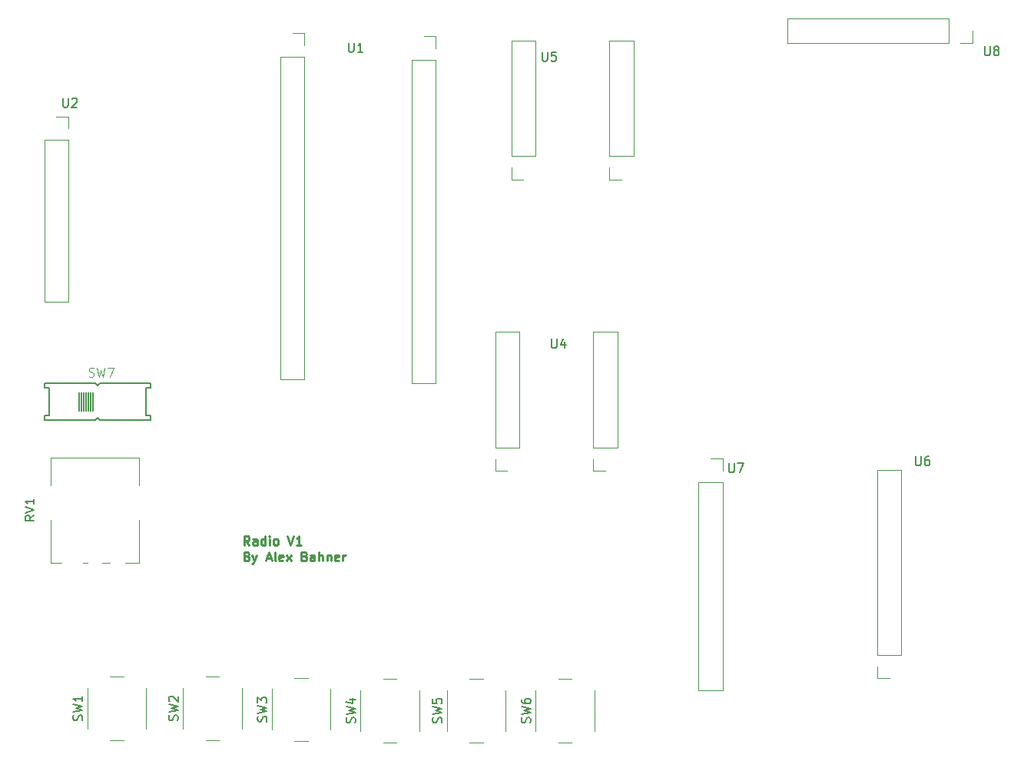
<source format=gbr>
%TF.GenerationSoftware,KiCad,Pcbnew,5.1.6-c6e7f7d~87~ubuntu20.04.1*%
%TF.CreationDate,2020-11-03T02:20:16-05:00*%
%TF.ProjectId,radio,72616469-6f2e-46b6-9963-61645f706362,rev?*%
%TF.SameCoordinates,Original*%
%TF.FileFunction,Legend,Top*%
%TF.FilePolarity,Positive*%
%FSLAX46Y46*%
G04 Gerber Fmt 4.6, Leading zero omitted, Abs format (unit mm)*
G04 Created by KiCad (PCBNEW 5.1.6-c6e7f7d~87~ubuntu20.04.1) date 2020-11-03 02:20:16*
%MOMM*%
%LPD*%
G01*
G04 APERTURE LIST*
%ADD10C,0.250000*%
%ADD11C,0.120000*%
%ADD12C,0.127000*%
%ADD13C,0.150000*%
%ADD14C,0.015000*%
G04 APERTURE END LIST*
D10*
X75902023Y-110321380D02*
X75568690Y-109845190D01*
X75330595Y-110321380D02*
X75330595Y-109321380D01*
X75711547Y-109321380D01*
X75806785Y-109369000D01*
X75854404Y-109416619D01*
X75902023Y-109511857D01*
X75902023Y-109654714D01*
X75854404Y-109749952D01*
X75806785Y-109797571D01*
X75711547Y-109845190D01*
X75330595Y-109845190D01*
X76759166Y-110321380D02*
X76759166Y-109797571D01*
X76711547Y-109702333D01*
X76616309Y-109654714D01*
X76425833Y-109654714D01*
X76330595Y-109702333D01*
X76759166Y-110273761D02*
X76663928Y-110321380D01*
X76425833Y-110321380D01*
X76330595Y-110273761D01*
X76282976Y-110178523D01*
X76282976Y-110083285D01*
X76330595Y-109988047D01*
X76425833Y-109940428D01*
X76663928Y-109940428D01*
X76759166Y-109892809D01*
X77663928Y-110321380D02*
X77663928Y-109321380D01*
X77663928Y-110273761D02*
X77568690Y-110321380D01*
X77378214Y-110321380D01*
X77282976Y-110273761D01*
X77235357Y-110226142D01*
X77187738Y-110130904D01*
X77187738Y-109845190D01*
X77235357Y-109749952D01*
X77282976Y-109702333D01*
X77378214Y-109654714D01*
X77568690Y-109654714D01*
X77663928Y-109702333D01*
X78140119Y-110321380D02*
X78140119Y-109654714D01*
X78140119Y-109321380D02*
X78092500Y-109369000D01*
X78140119Y-109416619D01*
X78187738Y-109369000D01*
X78140119Y-109321380D01*
X78140119Y-109416619D01*
X78759166Y-110321380D02*
X78663928Y-110273761D01*
X78616309Y-110226142D01*
X78568690Y-110130904D01*
X78568690Y-109845190D01*
X78616309Y-109749952D01*
X78663928Y-109702333D01*
X78759166Y-109654714D01*
X78902023Y-109654714D01*
X78997261Y-109702333D01*
X79044880Y-109749952D01*
X79092500Y-109845190D01*
X79092500Y-110130904D01*
X79044880Y-110226142D01*
X78997261Y-110273761D01*
X78902023Y-110321380D01*
X78759166Y-110321380D01*
X80140119Y-109321380D02*
X80473452Y-110321380D01*
X80806785Y-109321380D01*
X81663928Y-110321380D02*
X81092500Y-110321380D01*
X81378214Y-110321380D02*
X81378214Y-109321380D01*
X81282976Y-109464238D01*
X81187738Y-109559476D01*
X81092500Y-109607095D01*
X75663928Y-111547571D02*
X75806785Y-111595190D01*
X75854404Y-111642809D01*
X75902023Y-111738047D01*
X75902023Y-111880904D01*
X75854404Y-111976142D01*
X75806785Y-112023761D01*
X75711547Y-112071380D01*
X75330595Y-112071380D01*
X75330595Y-111071380D01*
X75663928Y-111071380D01*
X75759166Y-111119000D01*
X75806785Y-111166619D01*
X75854404Y-111261857D01*
X75854404Y-111357095D01*
X75806785Y-111452333D01*
X75759166Y-111499952D01*
X75663928Y-111547571D01*
X75330595Y-111547571D01*
X76235357Y-111404714D02*
X76473452Y-112071380D01*
X76711547Y-111404714D02*
X76473452Y-112071380D01*
X76378214Y-112309476D01*
X76330595Y-112357095D01*
X76235357Y-112404714D01*
X77806785Y-111785666D02*
X78282976Y-111785666D01*
X77711547Y-112071380D02*
X78044880Y-111071380D01*
X78378214Y-112071380D01*
X78854404Y-112071380D02*
X78759166Y-112023761D01*
X78711547Y-111928523D01*
X78711547Y-111071380D01*
X79616309Y-112023761D02*
X79521071Y-112071380D01*
X79330595Y-112071380D01*
X79235357Y-112023761D01*
X79187738Y-111928523D01*
X79187738Y-111547571D01*
X79235357Y-111452333D01*
X79330595Y-111404714D01*
X79521071Y-111404714D01*
X79616309Y-111452333D01*
X79663928Y-111547571D01*
X79663928Y-111642809D01*
X79187738Y-111738047D01*
X79997261Y-112071380D02*
X80521071Y-111404714D01*
X79997261Y-111404714D02*
X80521071Y-112071380D01*
X81997261Y-111547571D02*
X82140119Y-111595190D01*
X82187738Y-111642809D01*
X82235357Y-111738047D01*
X82235357Y-111880904D01*
X82187738Y-111976142D01*
X82140119Y-112023761D01*
X82044880Y-112071380D01*
X81663928Y-112071380D01*
X81663928Y-111071380D01*
X81997261Y-111071380D01*
X82092500Y-111119000D01*
X82140119Y-111166619D01*
X82187738Y-111261857D01*
X82187738Y-111357095D01*
X82140119Y-111452333D01*
X82092500Y-111499952D01*
X81997261Y-111547571D01*
X81663928Y-111547571D01*
X83092500Y-112071380D02*
X83092500Y-111547571D01*
X83044880Y-111452333D01*
X82949642Y-111404714D01*
X82759166Y-111404714D01*
X82663928Y-111452333D01*
X83092500Y-112023761D02*
X82997261Y-112071380D01*
X82759166Y-112071380D01*
X82663928Y-112023761D01*
X82616309Y-111928523D01*
X82616309Y-111833285D01*
X82663928Y-111738047D01*
X82759166Y-111690428D01*
X82997261Y-111690428D01*
X83092500Y-111642809D01*
X83568690Y-112071380D02*
X83568690Y-111071380D01*
X83997261Y-112071380D02*
X83997261Y-111547571D01*
X83949642Y-111452333D01*
X83854404Y-111404714D01*
X83711547Y-111404714D01*
X83616309Y-111452333D01*
X83568690Y-111499952D01*
X84473452Y-111404714D02*
X84473452Y-112071380D01*
X84473452Y-111499952D02*
X84521071Y-111452333D01*
X84616309Y-111404714D01*
X84759166Y-111404714D01*
X84854404Y-111452333D01*
X84902023Y-111547571D01*
X84902023Y-112071380D01*
X85759166Y-112023761D02*
X85663928Y-112071380D01*
X85473452Y-112071380D01*
X85378214Y-112023761D01*
X85330595Y-111928523D01*
X85330595Y-111547571D01*
X85378214Y-111452333D01*
X85473452Y-111404714D01*
X85663928Y-111404714D01*
X85759166Y-111452333D01*
X85806785Y-111547571D01*
X85806785Y-111642809D01*
X85330595Y-111738047D01*
X86235357Y-112071380D02*
X86235357Y-111404714D01*
X86235357Y-111595190D02*
X86282976Y-111499952D01*
X86330595Y-111452333D01*
X86425833Y-111404714D01*
X86521071Y-111404714D01*
D11*
%TO.C,U8*%
X153020000Y-52294000D02*
X153020000Y-54954000D01*
X153020000Y-52294000D02*
X135180000Y-52294000D01*
X135180000Y-52294000D02*
X135180000Y-54954000D01*
X153020000Y-54954000D02*
X135180000Y-54954000D01*
X155620000Y-54954000D02*
X154290000Y-54954000D01*
X155620000Y-53624000D02*
X155620000Y-54954000D01*
%TO.C,U7*%
X126749000Y-100808000D02*
X128079000Y-100808000D01*
X128079000Y-100808000D02*
X128079000Y-102138000D01*
X128079000Y-103408000D02*
X128079000Y-126328000D01*
X125419000Y-126328000D02*
X128079000Y-126328000D01*
X125419000Y-103408000D02*
X125419000Y-126328000D01*
X125419000Y-103408000D02*
X128079000Y-103408000D01*
%TO.C,U6*%
X146445000Y-125011000D02*
X145115000Y-125011000D01*
X145115000Y-125011000D02*
X145115000Y-123681000D01*
X145115000Y-122411000D02*
X145115000Y-102031000D01*
X147775000Y-102031000D02*
X145115000Y-102031000D01*
X147775000Y-122411000D02*
X147775000Y-102031000D01*
X147775000Y-122411000D02*
X145115000Y-122411000D01*
%TO.C,U5*%
X118267000Y-67438000D02*
X115607000Y-67438000D01*
X118267000Y-67438000D02*
X118267000Y-54678000D01*
X118267000Y-54678000D02*
X115607000Y-54678000D01*
X115607000Y-67438000D02*
X115607000Y-54678000D01*
X115607000Y-70038000D02*
X115607000Y-68708000D01*
X116937000Y-70038000D02*
X115607000Y-70038000D01*
X104807000Y-70038000D02*
X104807000Y-68708000D01*
X104807000Y-67438000D02*
X104807000Y-54678000D01*
X106137000Y-70038000D02*
X104807000Y-70038000D01*
X107467000Y-67438000D02*
X107467000Y-54678000D01*
X107467000Y-54678000D02*
X104807000Y-54678000D01*
X107467000Y-67438000D02*
X104807000Y-67438000D01*
%TO.C,U4*%
X116489000Y-99569000D02*
X113829000Y-99569000D01*
X116489000Y-99569000D02*
X116489000Y-86809000D01*
X116489000Y-86809000D02*
X113829000Y-86809000D01*
X113829000Y-99569000D02*
X113829000Y-86809000D01*
X113829000Y-102169000D02*
X113829000Y-100839000D01*
X115159000Y-102169000D02*
X113829000Y-102169000D01*
X103029000Y-102169000D02*
X103029000Y-100839000D01*
X103029000Y-99569000D02*
X103029000Y-86809000D01*
X104359000Y-102169000D02*
X103029000Y-102169000D01*
X105689000Y-99569000D02*
X105689000Y-86809000D01*
X105689000Y-86809000D02*
X103029000Y-86809000D01*
X105689000Y-99569000D02*
X103029000Y-99569000D01*
%TO.C,U2*%
X54640000Y-63073000D02*
X55970000Y-63073000D01*
X55970000Y-63073000D02*
X55970000Y-64403000D01*
X55970000Y-65673000D02*
X55970000Y-83513000D01*
X53310000Y-83513000D02*
X55970000Y-83513000D01*
X53310000Y-65673000D02*
X53310000Y-83513000D01*
X53310000Y-65673000D02*
X55970000Y-65673000D01*
%TO.C,U1*%
X80672000Y-53857000D02*
X82002000Y-53857000D01*
X82002000Y-53857000D02*
X82002000Y-55187000D01*
X82002000Y-56457000D02*
X82002000Y-92077000D01*
X79342000Y-92077000D02*
X82002000Y-92077000D01*
X79342000Y-56457000D02*
X79342000Y-92077000D01*
X79342000Y-56457000D02*
X82002000Y-56457000D01*
X95146000Y-54217000D02*
X96476000Y-54217000D01*
X93816000Y-92437000D02*
X96476000Y-92437000D01*
X96476000Y-54217000D02*
X96476000Y-55547000D01*
X96476000Y-56817000D02*
X96476000Y-92437000D01*
X93816000Y-56817000D02*
X96476000Y-56817000D01*
X93816000Y-56817000D02*
X93816000Y-92437000D01*
D12*
%TO.C,SW7*%
X58674000Y-93472000D02*
X58674000Y-95504000D01*
X58420000Y-95504000D02*
X58420000Y-93472000D01*
X58166000Y-93472000D02*
X58166000Y-95504000D01*
X57912000Y-95504000D02*
X57912000Y-93472000D01*
X57658000Y-93472000D02*
X57658000Y-95504000D01*
X57404000Y-95504000D02*
X57404000Y-93472000D01*
X57150000Y-93472000D02*
X57150000Y-95504000D01*
X53340000Y-92964000D02*
X53340000Y-92456000D01*
X53848000Y-92964000D02*
X53340000Y-92964000D01*
X53848000Y-96012000D02*
X53848000Y-92964000D01*
X53340000Y-96012000D02*
X53848000Y-96012000D01*
X53340000Y-96520000D02*
X53340000Y-96012000D01*
X58928000Y-96520000D02*
X53340000Y-96520000D01*
X59182000Y-96266000D02*
X58928000Y-96520000D01*
X59436000Y-96520000D02*
X59182000Y-96266000D01*
X65024000Y-96520000D02*
X59436000Y-96520000D01*
X65024000Y-96012000D02*
X65024000Y-96520000D01*
X64516000Y-96012000D02*
X65024000Y-96012000D01*
X64516000Y-92964000D02*
X64516000Y-96012000D01*
X65024000Y-92964000D02*
X64516000Y-92964000D01*
X65024000Y-92456000D02*
X65024000Y-92964000D01*
X59436000Y-92456000D02*
X65024000Y-92456000D01*
X59182000Y-92710000D02*
X59436000Y-92456000D01*
X58928000Y-92456000D02*
X59182000Y-92710000D01*
X53340000Y-92456000D02*
X58928000Y-92456000D01*
D11*
%TO.C,SW6*%
X113958000Y-130826000D02*
X113958000Y-126326000D01*
X109958000Y-132076000D02*
X111458000Y-132076000D01*
X107458000Y-126326000D02*
X107458000Y-130826000D01*
X111458000Y-125076000D02*
X109958000Y-125076000D01*
%TO.C,SW5*%
X104179000Y-130826000D02*
X104179000Y-126326000D01*
X100179000Y-132076000D02*
X101679000Y-132076000D01*
X97679000Y-126326000D02*
X97679000Y-130826000D01*
X101679000Y-125076000D02*
X100179000Y-125076000D01*
%TO.C,SW4*%
X94654000Y-130826000D02*
X94654000Y-126326000D01*
X90654000Y-132076000D02*
X92154000Y-132076000D01*
X88154000Y-126326000D02*
X88154000Y-130826000D01*
X92154000Y-125076000D02*
X90654000Y-125076000D01*
%TO.C,SW3*%
X84875000Y-130699000D02*
X84875000Y-126199000D01*
X80875000Y-131949000D02*
X82375000Y-131949000D01*
X78375000Y-126199000D02*
X78375000Y-130699000D01*
X82375000Y-124949000D02*
X80875000Y-124949000D01*
%TO.C,SW2*%
X75096000Y-130572000D02*
X75096000Y-126072000D01*
X71096000Y-131822000D02*
X72596000Y-131822000D01*
X68596000Y-126072000D02*
X68596000Y-130572000D01*
X72596000Y-124822000D02*
X71096000Y-124822000D01*
%TO.C,SW1*%
X64555000Y-130572000D02*
X64555000Y-126072000D01*
X60555000Y-131822000D02*
X62055000Y-131822000D01*
X58055000Y-126072000D02*
X58055000Y-130572000D01*
X62055000Y-124822000D02*
X60555000Y-124822000D01*
%TO.C,RV1*%
X63758000Y-100687000D02*
X54018000Y-100687000D01*
X63758000Y-112277000D02*
X62268000Y-112277000D01*
X63758000Y-103747000D02*
X63758000Y-100687000D01*
X54008000Y-112277000D02*
X54008000Y-107557000D01*
X54018000Y-103747000D02*
X54018000Y-100687000D01*
X63758000Y-112277000D02*
X63758000Y-107557000D01*
X55198000Y-112277000D02*
X54018000Y-112277000D01*
X58098000Y-112277000D02*
X57568000Y-112277000D01*
X60548000Y-112277000D02*
X59718000Y-112277000D01*
%TO.C,U8*%
D13*
X156972095Y-55332380D02*
X156972095Y-56141904D01*
X157019714Y-56237142D01*
X157067333Y-56284761D01*
X157162571Y-56332380D01*
X157353047Y-56332380D01*
X157448285Y-56284761D01*
X157495904Y-56237142D01*
X157543523Y-56141904D01*
X157543523Y-55332380D01*
X158162571Y-55760952D02*
X158067333Y-55713333D01*
X158019714Y-55665714D01*
X157972095Y-55570476D01*
X157972095Y-55522857D01*
X158019714Y-55427619D01*
X158067333Y-55380000D01*
X158162571Y-55332380D01*
X158353047Y-55332380D01*
X158448285Y-55380000D01*
X158495904Y-55427619D01*
X158543523Y-55522857D01*
X158543523Y-55570476D01*
X158495904Y-55665714D01*
X158448285Y-55713333D01*
X158353047Y-55760952D01*
X158162571Y-55760952D01*
X158067333Y-55808571D01*
X158019714Y-55856190D01*
X157972095Y-55951428D01*
X157972095Y-56141904D01*
X158019714Y-56237142D01*
X158067333Y-56284761D01*
X158162571Y-56332380D01*
X158353047Y-56332380D01*
X158448285Y-56284761D01*
X158495904Y-56237142D01*
X158543523Y-56141904D01*
X158543523Y-55951428D01*
X158495904Y-55856190D01*
X158448285Y-55808571D01*
X158353047Y-55760952D01*
%TO.C,U7*%
X128778095Y-101306380D02*
X128778095Y-102115904D01*
X128825714Y-102211142D01*
X128873333Y-102258761D01*
X128968571Y-102306380D01*
X129159047Y-102306380D01*
X129254285Y-102258761D01*
X129301904Y-102211142D01*
X129349523Y-102115904D01*
X129349523Y-101306380D01*
X129730476Y-101306380D02*
X130397142Y-101306380D01*
X129968571Y-102306380D01*
%TO.C,U6*%
X149352095Y-100544380D02*
X149352095Y-101353904D01*
X149399714Y-101449142D01*
X149447333Y-101496761D01*
X149542571Y-101544380D01*
X149733047Y-101544380D01*
X149828285Y-101496761D01*
X149875904Y-101449142D01*
X149923523Y-101353904D01*
X149923523Y-100544380D01*
X150828285Y-100544380D02*
X150637809Y-100544380D01*
X150542571Y-100592000D01*
X150494952Y-100639619D01*
X150399714Y-100782476D01*
X150352095Y-100972952D01*
X150352095Y-101353904D01*
X150399714Y-101449142D01*
X150447333Y-101496761D01*
X150542571Y-101544380D01*
X150733047Y-101544380D01*
X150828285Y-101496761D01*
X150875904Y-101449142D01*
X150923523Y-101353904D01*
X150923523Y-101115809D01*
X150875904Y-101020571D01*
X150828285Y-100972952D01*
X150733047Y-100925333D01*
X150542571Y-100925333D01*
X150447333Y-100972952D01*
X150399714Y-101020571D01*
X150352095Y-101115809D01*
%TO.C,U5*%
X108204095Y-55967380D02*
X108204095Y-56776904D01*
X108251714Y-56872142D01*
X108299333Y-56919761D01*
X108394571Y-56967380D01*
X108585047Y-56967380D01*
X108680285Y-56919761D01*
X108727904Y-56872142D01*
X108775523Y-56776904D01*
X108775523Y-55967380D01*
X109727904Y-55967380D02*
X109251714Y-55967380D01*
X109204095Y-56443571D01*
X109251714Y-56395952D01*
X109346952Y-56348333D01*
X109585047Y-56348333D01*
X109680285Y-56395952D01*
X109727904Y-56443571D01*
X109775523Y-56538809D01*
X109775523Y-56776904D01*
X109727904Y-56872142D01*
X109680285Y-56919761D01*
X109585047Y-56967380D01*
X109346952Y-56967380D01*
X109251714Y-56919761D01*
X109204095Y-56872142D01*
%TO.C,U4*%
X109220095Y-87590380D02*
X109220095Y-88399904D01*
X109267714Y-88495142D01*
X109315333Y-88542761D01*
X109410571Y-88590380D01*
X109601047Y-88590380D01*
X109696285Y-88542761D01*
X109743904Y-88495142D01*
X109791523Y-88399904D01*
X109791523Y-87590380D01*
X110696285Y-87923714D02*
X110696285Y-88590380D01*
X110458190Y-87542761D02*
X110220095Y-88257047D01*
X110839142Y-88257047D01*
%TO.C,U2*%
X55372095Y-61047380D02*
X55372095Y-61856904D01*
X55419714Y-61952142D01*
X55467333Y-61999761D01*
X55562571Y-62047380D01*
X55753047Y-62047380D01*
X55848285Y-61999761D01*
X55895904Y-61952142D01*
X55943523Y-61856904D01*
X55943523Y-61047380D01*
X56372095Y-61142619D02*
X56419714Y-61095000D01*
X56514952Y-61047380D01*
X56753047Y-61047380D01*
X56848285Y-61095000D01*
X56895904Y-61142619D01*
X56943523Y-61237857D01*
X56943523Y-61333095D01*
X56895904Y-61475952D01*
X56324476Y-62047380D01*
X56943523Y-62047380D01*
%TO.C,U1*%
X86868095Y-54951380D02*
X86868095Y-55760904D01*
X86915714Y-55856142D01*
X86963333Y-55903761D01*
X87058571Y-55951380D01*
X87249047Y-55951380D01*
X87344285Y-55903761D01*
X87391904Y-55856142D01*
X87439523Y-55760904D01*
X87439523Y-54951380D01*
X88439523Y-55951380D02*
X87868095Y-55951380D01*
X88153809Y-55951380D02*
X88153809Y-54951380D01*
X88058571Y-55094238D01*
X87963333Y-55189476D01*
X87868095Y-55237095D01*
%TO.C,SW7*%
D14*
X58229666Y-91717761D02*
X58372523Y-91765380D01*
X58610619Y-91765380D01*
X58705857Y-91717761D01*
X58753476Y-91670142D01*
X58801095Y-91574904D01*
X58801095Y-91479666D01*
X58753476Y-91384428D01*
X58705857Y-91336809D01*
X58610619Y-91289190D01*
X58420142Y-91241571D01*
X58324904Y-91193952D01*
X58277285Y-91146333D01*
X58229666Y-91051095D01*
X58229666Y-90955857D01*
X58277285Y-90860619D01*
X58324904Y-90813000D01*
X58420142Y-90765380D01*
X58658238Y-90765380D01*
X58801095Y-90813000D01*
X59134428Y-90765380D02*
X59372523Y-91765380D01*
X59563000Y-91051095D01*
X59753476Y-91765380D01*
X59991571Y-90765380D01*
X60277285Y-90765380D02*
X60943952Y-90765380D01*
X60515380Y-91765380D01*
%TO.C,SW6*%
D13*
X106862761Y-129909333D02*
X106910380Y-129766476D01*
X106910380Y-129528380D01*
X106862761Y-129433142D01*
X106815142Y-129385523D01*
X106719904Y-129337904D01*
X106624666Y-129337904D01*
X106529428Y-129385523D01*
X106481809Y-129433142D01*
X106434190Y-129528380D01*
X106386571Y-129718857D01*
X106338952Y-129814095D01*
X106291333Y-129861714D01*
X106196095Y-129909333D01*
X106100857Y-129909333D01*
X106005619Y-129861714D01*
X105958000Y-129814095D01*
X105910380Y-129718857D01*
X105910380Y-129480761D01*
X105958000Y-129337904D01*
X105910380Y-129004571D02*
X106910380Y-128766476D01*
X106196095Y-128576000D01*
X106910380Y-128385523D01*
X105910380Y-128147428D01*
X105910380Y-127337904D02*
X105910380Y-127528380D01*
X105958000Y-127623619D01*
X106005619Y-127671238D01*
X106148476Y-127766476D01*
X106338952Y-127814095D01*
X106719904Y-127814095D01*
X106815142Y-127766476D01*
X106862761Y-127718857D01*
X106910380Y-127623619D01*
X106910380Y-127433142D01*
X106862761Y-127337904D01*
X106815142Y-127290285D01*
X106719904Y-127242666D01*
X106481809Y-127242666D01*
X106386571Y-127290285D01*
X106338952Y-127337904D01*
X106291333Y-127433142D01*
X106291333Y-127623619D01*
X106338952Y-127718857D01*
X106386571Y-127766476D01*
X106481809Y-127814095D01*
%TO.C,SW5*%
X97083761Y-129909333D02*
X97131380Y-129766476D01*
X97131380Y-129528380D01*
X97083761Y-129433142D01*
X97036142Y-129385523D01*
X96940904Y-129337904D01*
X96845666Y-129337904D01*
X96750428Y-129385523D01*
X96702809Y-129433142D01*
X96655190Y-129528380D01*
X96607571Y-129718857D01*
X96559952Y-129814095D01*
X96512333Y-129861714D01*
X96417095Y-129909333D01*
X96321857Y-129909333D01*
X96226619Y-129861714D01*
X96179000Y-129814095D01*
X96131380Y-129718857D01*
X96131380Y-129480761D01*
X96179000Y-129337904D01*
X96131380Y-129004571D02*
X97131380Y-128766476D01*
X96417095Y-128576000D01*
X97131380Y-128385523D01*
X96131380Y-128147428D01*
X96131380Y-127290285D02*
X96131380Y-127766476D01*
X96607571Y-127814095D01*
X96559952Y-127766476D01*
X96512333Y-127671238D01*
X96512333Y-127433142D01*
X96559952Y-127337904D01*
X96607571Y-127290285D01*
X96702809Y-127242666D01*
X96940904Y-127242666D01*
X97036142Y-127290285D01*
X97083761Y-127337904D01*
X97131380Y-127433142D01*
X97131380Y-127671238D01*
X97083761Y-127766476D01*
X97036142Y-127814095D01*
%TO.C,SW4*%
X87558761Y-129909333D02*
X87606380Y-129766476D01*
X87606380Y-129528380D01*
X87558761Y-129433142D01*
X87511142Y-129385523D01*
X87415904Y-129337904D01*
X87320666Y-129337904D01*
X87225428Y-129385523D01*
X87177809Y-129433142D01*
X87130190Y-129528380D01*
X87082571Y-129718857D01*
X87034952Y-129814095D01*
X86987333Y-129861714D01*
X86892095Y-129909333D01*
X86796857Y-129909333D01*
X86701619Y-129861714D01*
X86654000Y-129814095D01*
X86606380Y-129718857D01*
X86606380Y-129480761D01*
X86654000Y-129337904D01*
X86606380Y-129004571D02*
X87606380Y-128766476D01*
X86892095Y-128576000D01*
X87606380Y-128385523D01*
X86606380Y-128147428D01*
X86939714Y-127337904D02*
X87606380Y-127337904D01*
X86558761Y-127576000D02*
X87273047Y-127814095D01*
X87273047Y-127195047D01*
%TO.C,SW3*%
X77779761Y-129782333D02*
X77827380Y-129639476D01*
X77827380Y-129401380D01*
X77779761Y-129306142D01*
X77732142Y-129258523D01*
X77636904Y-129210904D01*
X77541666Y-129210904D01*
X77446428Y-129258523D01*
X77398809Y-129306142D01*
X77351190Y-129401380D01*
X77303571Y-129591857D01*
X77255952Y-129687095D01*
X77208333Y-129734714D01*
X77113095Y-129782333D01*
X77017857Y-129782333D01*
X76922619Y-129734714D01*
X76875000Y-129687095D01*
X76827380Y-129591857D01*
X76827380Y-129353761D01*
X76875000Y-129210904D01*
X76827380Y-128877571D02*
X77827380Y-128639476D01*
X77113095Y-128449000D01*
X77827380Y-128258523D01*
X76827380Y-128020428D01*
X76827380Y-127734714D02*
X76827380Y-127115666D01*
X77208333Y-127449000D01*
X77208333Y-127306142D01*
X77255952Y-127210904D01*
X77303571Y-127163285D01*
X77398809Y-127115666D01*
X77636904Y-127115666D01*
X77732142Y-127163285D01*
X77779761Y-127210904D01*
X77827380Y-127306142D01*
X77827380Y-127591857D01*
X77779761Y-127687095D01*
X77732142Y-127734714D01*
%TO.C,SW2*%
X68000761Y-129655333D02*
X68048380Y-129512476D01*
X68048380Y-129274380D01*
X68000761Y-129179142D01*
X67953142Y-129131523D01*
X67857904Y-129083904D01*
X67762666Y-129083904D01*
X67667428Y-129131523D01*
X67619809Y-129179142D01*
X67572190Y-129274380D01*
X67524571Y-129464857D01*
X67476952Y-129560095D01*
X67429333Y-129607714D01*
X67334095Y-129655333D01*
X67238857Y-129655333D01*
X67143619Y-129607714D01*
X67096000Y-129560095D01*
X67048380Y-129464857D01*
X67048380Y-129226761D01*
X67096000Y-129083904D01*
X67048380Y-128750571D02*
X68048380Y-128512476D01*
X67334095Y-128322000D01*
X68048380Y-128131523D01*
X67048380Y-127893428D01*
X67143619Y-127560095D02*
X67096000Y-127512476D01*
X67048380Y-127417238D01*
X67048380Y-127179142D01*
X67096000Y-127083904D01*
X67143619Y-127036285D01*
X67238857Y-126988666D01*
X67334095Y-126988666D01*
X67476952Y-127036285D01*
X68048380Y-127607714D01*
X68048380Y-126988666D01*
%TO.C,SW1*%
X57459761Y-129655333D02*
X57507380Y-129512476D01*
X57507380Y-129274380D01*
X57459761Y-129179142D01*
X57412142Y-129131523D01*
X57316904Y-129083904D01*
X57221666Y-129083904D01*
X57126428Y-129131523D01*
X57078809Y-129179142D01*
X57031190Y-129274380D01*
X56983571Y-129464857D01*
X56935952Y-129560095D01*
X56888333Y-129607714D01*
X56793095Y-129655333D01*
X56697857Y-129655333D01*
X56602619Y-129607714D01*
X56555000Y-129560095D01*
X56507380Y-129464857D01*
X56507380Y-129226761D01*
X56555000Y-129083904D01*
X56507380Y-128750571D02*
X57507380Y-128512476D01*
X56793095Y-128322000D01*
X57507380Y-128131523D01*
X56507380Y-127893428D01*
X57507380Y-126988666D02*
X57507380Y-127560095D01*
X57507380Y-127274380D02*
X56507380Y-127274380D01*
X56650238Y-127369619D01*
X56745476Y-127464857D01*
X56793095Y-127560095D01*
%TO.C,RV1*%
X52200380Y-107042238D02*
X51724190Y-107375571D01*
X52200380Y-107613666D02*
X51200380Y-107613666D01*
X51200380Y-107232714D01*
X51248000Y-107137476D01*
X51295619Y-107089857D01*
X51390857Y-107042238D01*
X51533714Y-107042238D01*
X51628952Y-107089857D01*
X51676571Y-107137476D01*
X51724190Y-107232714D01*
X51724190Y-107613666D01*
X51200380Y-106756523D02*
X52200380Y-106423190D01*
X51200380Y-106089857D01*
X52200380Y-105232714D02*
X52200380Y-105804142D01*
X52200380Y-105518428D02*
X51200380Y-105518428D01*
X51343238Y-105613666D01*
X51438476Y-105708904D01*
X51486095Y-105804142D01*
%TD*%
M02*

</source>
